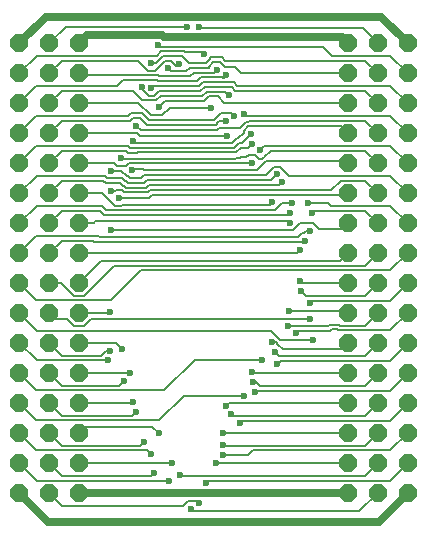
<source format=gtl>
%TF.GenerationSoftware,KiCad,Pcbnew,8.0.6*%
%TF.CreationDate,2024-12-01T20:13:50+01:00*%
%TF.ProjectId,reverseExpansionPort,72657665-7273-4654-9578-70616e73696f,rev?*%
%TF.SameCoordinates,Original*%
%TF.FileFunction,Copper,L1,Top*%
%TF.FilePolarity,Positive*%
%FSLAX46Y46*%
G04 Gerber Fmt 4.6, Leading zero omitted, Abs format (unit mm)*
G04 Created by KiCad (PCBNEW 8.0.6) date 2024-12-01 20:13:50*
%MOMM*%
%LPD*%
G01*
G04 APERTURE LIST*
G04 Aperture macros list*
%AMOutline5P*
0 Free polygon, 5 corners , with rotation*
0 The origin of the aperture is its center*
0 number of corners: always 5*
0 $1 to $10 corner X, Y*
0 $11 Rotation angle, in degrees counterclockwise*
0 create outline with 5 corners*
4,1,5,$1,$2,$3,$4,$5,$6,$7,$8,$9,$10,$1,$2,$11*%
%AMOutline6P*
0 Free polygon, 6 corners , with rotation*
0 The origin of the aperture is its center*
0 number of corners: always 6*
0 $1 to $12 corner X, Y*
0 $13 Rotation angle, in degrees counterclockwise*
0 create outline with 6 corners*
4,1,6,$1,$2,$3,$4,$5,$6,$7,$8,$9,$10,$11,$12,$1,$2,$13*%
%AMOutline7P*
0 Free polygon, 7 corners , with rotation*
0 The origin of the aperture is its center*
0 number of corners: always 7*
0 $1 to $14 corner X, Y*
0 $15 Rotation angle, in degrees counterclockwise*
0 create outline with 7 corners*
4,1,7,$1,$2,$3,$4,$5,$6,$7,$8,$9,$10,$11,$12,$13,$14,$1,$2,$15*%
%AMOutline8P*
0 Free polygon, 8 corners , with rotation*
0 The origin of the aperture is its center*
0 number of corners: always 8*
0 $1 to $16 corner X, Y*
0 $17 Rotation angle, in degrees counterclockwise*
0 create outline with 8 corners*
4,1,8,$1,$2,$3,$4,$5,$6,$7,$8,$9,$10,$11,$12,$13,$14,$15,$16,$1,$2,$17*%
G04 Aperture macros list end*
%TA.AperFunction,ComponentPad*%
%ADD10Outline8P,-0.762000X0.315631X-0.315631X0.762000X0.315631X0.762000X0.762000X0.315631X0.762000X-0.315631X0.315631X-0.762000X-0.315631X-0.762000X-0.762000X-0.315631X180.000000*%
%TD*%
%TA.AperFunction,ComponentPad*%
%ADD11Outline8P,-0.762000X0.315631X-0.315631X0.762000X0.315631X0.762000X0.762000X0.315631X0.762000X-0.315631X0.315631X-0.762000X-0.315631X-0.762000X-0.762000X-0.315631X0.000000*%
%TD*%
%TA.AperFunction,ViaPad*%
%ADD12C,0.600000*%
%TD*%
%TA.AperFunction,Conductor*%
%ADD13C,0.200000*%
%TD*%
%TA.AperFunction,Conductor*%
%ADD14C,0.700000*%
%TD*%
G04 APERTURE END LIST*
D10*
%TO.P,P2,A1,GND*%
%TO.N,Net-(P1-GND)*%
X132207000Y-111760000D03*
%TO.P,P2,A2,/MEMSEL*%
%TO.N,Net-(P1-{slash}MEMSEL)*%
X132207000Y-109220000D03*
%TO.P,P2,A3,/IOSEL*%
%TO.N,Net-(P1-{slash}IOSEL)*%
X132207000Y-106680000D03*
%TO.P,P2,A4,/BE*%
%TO.N,Net-(P1-{slash}BE)*%
X132207000Y-104140000D03*
%TO.P,P2,A5,D7*%
%TO.N,/D7*%
X132207000Y-101600000D03*
%TO.P,P2,A6,D6*%
%TO.N,/D6*%
X132207000Y-99060000D03*
%TO.P,P2,A7,D5*%
%TO.N,/D5*%
X132207000Y-96520000D03*
%TO.P,P2,A8,D4*%
%TO.N,/D4*%
X132207000Y-93980000D03*
%TO.P,P2,A9,D3*%
%TO.N,/D3*%
X132207000Y-91440000D03*
%TO.P,P2,A10,D2*%
%TO.N,/D2*%
X132207000Y-88900000D03*
%TO.P,P2,A11,D1*%
%TO.N,/D1*%
X132207000Y-86360000D03*
%TO.P,P2,A12,D0*%
%TO.N,/D0*%
X132207000Y-83820000D03*
%TO.P,P2,A13,/NMI*%
%TO.N,Net-(P1-{slash}NMI)*%
X132207000Y-81280000D03*
%TO.P,P2,A14,/IRQ*%
%TO.N,Net-(P1-{slash}IRQ)*%
X132207000Y-78740000D03*
%TO.P,P2,A15,/RES*%
%TO.N,Net-(P1-{slash}RES)*%
X132207000Y-76200000D03*
%TO.P,P2,A16,GND2*%
%TO.N,Net-(P1-GND)*%
X132207000Y-73660000D03*
%TO.P,P2,B1,A19*%
%TO.N,/A19*%
X134747000Y-111760000D03*
%TO.P,P2,B2,A17*%
%TO.N,/A17*%
X134747000Y-109220000D03*
%TO.P,P2,B3,A15*%
%TO.N,/A15*%
X134747000Y-106680000D03*
%TO.P,P2,B4,A13*%
%TO.N,/A13*%
X134747000Y-104140000D03*
%TO.P,P2,B5,A11*%
%TO.N,/A11*%
X134747000Y-101600000D03*
%TO.P,P2,B6,A9*%
%TO.N,/A9*%
X134747000Y-99060000D03*
%TO.P,P2,B7,A7*%
%TO.N,/A7*%
X134747000Y-96520000D03*
%TO.P,P2,B8,A5*%
%TO.N,/A5*%
X134747000Y-93980000D03*
%TO.P,P2,B9,A3*%
%TO.N,/A3*%
X134747000Y-91440000D03*
%TO.P,P2,B10,A1*%
%TO.N,/A1*%
X134747000Y-88900000D03*
%TO.P,P2,B11,SYNC*%
%TO.N,Net-(P1-SYNC)*%
X134747000Y-86360000D03*
%TO.P,P2,B12,R/-W*%
%TO.N,Net-(P1-R{slash}-W)*%
X134747000Y-83820000D03*
%TO.P,P2,B13,RDY*%
%TO.N,Net-(P1-RDY)*%
X134747000Y-81280000D03*
%TO.P,P2,B14,VCC33*%
%TO.N,Net-(P1-VCC33)*%
X134747000Y-78740000D03*
%TO.P,P2,B15,VBUF*%
%TO.N,Net-(P1-VBUF)*%
X134747000Y-76200000D03*
%TO.P,P2,B16,8PHI2*%
%TO.N,Net-(P1-8PHI2)*%
X134747000Y-73660000D03*
%TO.P,P2,C1,VCC*%
%TO.N,Net-(P1-VCC)*%
X137287000Y-111760000D03*
%TO.P,P2,C2,A18*%
%TO.N,/A18*%
X137287000Y-109220000D03*
%TO.P,P2,C3,A16*%
%TO.N,/A16*%
X137287000Y-106680000D03*
%TO.P,P2,C4,A14*%
%TO.N,/A14*%
X137287000Y-104140000D03*
%TO.P,P2,C5,A12*%
%TO.N,/A12*%
X137287000Y-101600000D03*
%TO.P,P2,C6,A10*%
%TO.N,/A10*%
X137287000Y-99060000D03*
%TO.P,P2,C7,A8*%
%TO.N,/A8*%
X137287000Y-96520000D03*
%TO.P,P2,C8,A6*%
%TO.N,/A6*%
X137287000Y-93980000D03*
%TO.P,P2,C9,A4*%
%TO.N,/A4*%
X137287000Y-91440000D03*
%TO.P,P2,C10,A2*%
%TO.N,/A2*%
X137287000Y-88900000D03*
%TO.P,P2,C11,A0*%
%TO.N,/A0*%
X137287000Y-86360000D03*
%TO.P,P2,C12,PHI2*%
%TO.N,Net-(P1-PHI2)*%
X137287000Y-83820000D03*
%TO.P,P2,C13,PHI1*%
%TO.N,Net-(P1-PHI1)*%
X137287000Y-81280000D03*
%TO.P,P2,C14,PHI0*%
%TO.N,Net-(P1-PHI0)*%
X137287000Y-78740000D03*
%TO.P,P2,C15,2PHI2*%
%TO.N,Net-(P1-2PHI2)*%
X137287000Y-76200000D03*
%TO.P,P2,C16,VCC2*%
%TO.N,Net-(P1-VCC)*%
X137287000Y-73660000D03*
%TD*%
D11*
%TO.P,P1,A1,GND*%
%TO.N,Net-(P1-GND)*%
X165100000Y-73660000D03*
%TO.P,P1,A2,/MEMSEL*%
%TO.N,Net-(P1-{slash}MEMSEL)*%
X165100000Y-76200000D03*
%TO.P,P1,A3,/IOSEL*%
%TO.N,Net-(P1-{slash}IOSEL)*%
X165100000Y-78740000D03*
%TO.P,P1,A4,/BE*%
%TO.N,Net-(P1-{slash}BE)*%
X165100000Y-81280000D03*
%TO.P,P1,A5,D7*%
%TO.N,/D7*%
X165100000Y-83820000D03*
%TO.P,P1,A6,D6*%
%TO.N,/D6*%
X165100000Y-86360000D03*
%TO.P,P1,A7,D5*%
%TO.N,/D5*%
X165100000Y-88900000D03*
%TO.P,P1,A8,D4*%
%TO.N,/D4*%
X165100000Y-91440000D03*
%TO.P,P1,A9,D3*%
%TO.N,/D3*%
X165100000Y-93980000D03*
%TO.P,P1,A10,D2*%
%TO.N,/D2*%
X165100000Y-96520000D03*
%TO.P,P1,A11,D1*%
%TO.N,/D1*%
X165100000Y-99060000D03*
%TO.P,P1,A12,D0*%
%TO.N,/D0*%
X165100000Y-101600000D03*
%TO.P,P1,A13,/NMI*%
%TO.N,Net-(P1-{slash}NMI)*%
X165100000Y-104140000D03*
%TO.P,P1,A14,/IRQ*%
%TO.N,Net-(P1-{slash}IRQ)*%
X165100000Y-106680000D03*
%TO.P,P1,A15,/RES*%
%TO.N,Net-(P1-{slash}RES)*%
X165100000Y-109220000D03*
%TO.P,P1,A16,GND2*%
%TO.N,Net-(P1-GND)*%
X165100000Y-111760000D03*
%TO.P,P1,B1,A19*%
%TO.N,/A19*%
X162560000Y-73660000D03*
%TO.P,P1,B2,A17*%
%TO.N,/A17*%
X162560000Y-76200000D03*
%TO.P,P1,B3,A15*%
%TO.N,/A15*%
X162560000Y-78740000D03*
%TO.P,P1,B4,A13*%
%TO.N,/A13*%
X162560000Y-81280000D03*
%TO.P,P1,B5,A11*%
%TO.N,/A11*%
X162560000Y-83820000D03*
%TO.P,P1,B6,A9*%
%TO.N,/A9*%
X162560000Y-86360000D03*
%TO.P,P1,B7,A7*%
%TO.N,/A7*%
X162560000Y-88900000D03*
%TO.P,P1,B8,A5*%
%TO.N,/A5*%
X162560000Y-91440000D03*
%TO.P,P1,B9,A3*%
%TO.N,/A3*%
X162560000Y-93980000D03*
%TO.P,P1,B10,A1*%
%TO.N,/A1*%
X162560000Y-96520000D03*
%TO.P,P1,B11,SYNC*%
%TO.N,Net-(P1-SYNC)*%
X162560000Y-99060000D03*
%TO.P,P1,B12,R/-W*%
%TO.N,Net-(P1-R{slash}-W)*%
X162560000Y-101600000D03*
%TO.P,P1,B13,RDY*%
%TO.N,Net-(P1-RDY)*%
X162560000Y-104140000D03*
%TO.P,P1,B14,VCC33*%
%TO.N,Net-(P1-VCC33)*%
X162560000Y-106680000D03*
%TO.P,P1,B15,VBUF*%
%TO.N,Net-(P1-VBUF)*%
X162560000Y-109220000D03*
%TO.P,P1,B16,8PHI2*%
%TO.N,Net-(P1-8PHI2)*%
X162560000Y-111760000D03*
%TO.P,P1,C1,VCC*%
%TO.N,Net-(P1-VCC)*%
X160020000Y-73660000D03*
%TO.P,P1,C2,A18*%
%TO.N,/A18*%
X160020000Y-76200000D03*
%TO.P,P1,C3,A16*%
%TO.N,/A16*%
X160020000Y-78740000D03*
%TO.P,P1,C4,A14*%
%TO.N,/A14*%
X160020000Y-81280000D03*
%TO.P,P1,C5,A12*%
%TO.N,/A12*%
X160020000Y-83820000D03*
%TO.P,P1,C6,A10*%
%TO.N,/A10*%
X160020000Y-86360000D03*
%TO.P,P1,C7,A8*%
%TO.N,/A8*%
X160020000Y-88900000D03*
%TO.P,P1,C8,A6*%
%TO.N,/A6*%
X160020000Y-91440000D03*
%TO.P,P1,C9,A4*%
%TO.N,/A4*%
X160020000Y-93980000D03*
%TO.P,P1,C10,A2*%
%TO.N,/A2*%
X160020000Y-96520000D03*
%TO.P,P1,C11,A0*%
%TO.N,/A0*%
X160020000Y-99060000D03*
%TO.P,P1,C12,PHI2*%
%TO.N,Net-(P1-PHI2)*%
X160020000Y-101600000D03*
%TO.P,P1,C13,PHI1*%
%TO.N,Net-(P1-PHI1)*%
X160020000Y-104140000D03*
%TO.P,P1,C14,PHI0*%
%TO.N,Net-(P1-PHI0)*%
X160020000Y-106680000D03*
%TO.P,P1,C15,2PHI2*%
%TO.N,Net-(P1-2PHI2)*%
X160020000Y-109220000D03*
%TO.P,P1,C16,VCC2*%
%TO.N,Net-(P1-VCC)*%
X160020000Y-111760000D03*
%TD*%
D12*
%TO.N,/A13*%
X142113000Y-80645000D03*
X142087600Y-104876600D03*
%TO.N,/A10*%
X140891863Y-99567791D03*
X140647502Y-86782493D03*
%TO.N,/A9*%
X139997502Y-86155000D03*
X139899000Y-99697621D03*
%TO.N,/A17*%
X143654616Y-110048000D03*
X143368000Y-75341000D03*
%TO.N,/A7*%
X156972000Y-88011000D03*
X156845000Y-97025000D03*
%TO.N,/A3*%
X156083000Y-94615000D03*
X156449000Y-90400003D03*
%TO.N,/A1*%
X155007092Y-97633658D03*
X155179035Y-88020054D03*
%TO.N,/A11*%
X141097000Y-102235000D03*
X140825750Y-83358000D03*
%TO.N,/A12*%
X141605000Y-101600000D03*
X141760947Y-84440000D03*
%TO.N,/A2*%
X155062845Y-96375779D03*
X155156425Y-88869756D03*
%TO.N,/A18*%
X145161000Y-109220000D03*
X144842320Y-75812000D03*
%TO.N,/A15*%
X142586911Y-77391000D03*
X142769948Y-107442000D03*
%TO.N,/A4*%
X156011000Y-91170446D03*
X156017679Y-93787041D03*
%TO.N,/A0*%
X153625124Y-87155971D03*
X153592228Y-98984893D03*
%TO.N,/A8*%
X139899000Y-96393000D03*
X139989000Y-89469756D03*
%TO.N,/A14*%
X141859000Y-81915000D03*
X141809000Y-104013000D03*
%TO.N,/A16*%
X144018000Y-106680000D03*
X144068000Y-79065401D03*
%TO.N,/A19*%
X147447000Y-72263000D03*
X147432535Y-112622339D03*
%TO.N,Net-(P1-2PHI2)*%
X148914286Y-75926435D03*
X148844000Y-109220000D03*
%TO.N,Net-(P1-PHI1)*%
X149789173Y-81496438D03*
X149699207Y-104374095D03*
%TO.N,Net-(P1-{slash}NMI)*%
X150401260Y-79819500D03*
X150863743Y-105802000D03*
%TO.N,Net-(P1-VBUF)*%
X145831000Y-110236000D03*
X145761538Y-75412000D03*
%TO.N,Net-(P1-8PHI2)*%
X146431000Y-72263000D03*
X146742729Y-113119000D03*
%TO.N,/D6*%
X139954000Y-84455000D03*
X139685712Y-100532983D03*
%TO.N,Net-(P1-RDY)*%
X149699936Y-80230667D03*
X150165872Y-105104128D03*
%TO.N,/D2*%
X155614721Y-98228040D03*
X155348805Y-87201844D03*
%TO.N,Net-(P1-{slash}BE)*%
X151257000Y-103505000D03*
X151237899Y-79698253D03*
%TO.N,Net-(P1-SYNC)*%
X154426030Y-85434790D03*
X153884028Y-99815910D03*
%TO.N,Net-(P1-{slash}RES)*%
X147872028Y-74564529D03*
X148047000Y-110882000D03*
%TO.N,/D1*%
X154037598Y-84724000D03*
X154072289Y-100832302D03*
%TO.N,Net-(P1-VCC33)*%
X149988331Y-78090196D03*
X149479000Y-107696000D03*
%TO.N,/D0*%
X152177860Y-103201208D03*
X151876949Y-81365370D03*
%TO.N,/D5*%
X156627504Y-87176756D03*
X157099000Y-98828040D03*
%TO.N,Net-(P1-PHI0)*%
X149479000Y-106680000D03*
X148463000Y-79121000D03*
%TO.N,Net-(P1-{slash}MEMSEL)*%
X143935539Y-73788623D03*
X144907000Y-110744000D03*
%TO.N,Net-(P1-R{slash}-W)*%
X152009052Y-102368137D03*
X151914596Y-82214538D03*
%TO.N,/D3*%
X156845000Y-89550000D03*
X156811000Y-95692000D03*
%TO.N,/D7*%
X152638319Y-82674948D03*
X152731604Y-100497545D03*
%TO.N,Net-(P1-{slash}IRQ)*%
X149479000Y-108496003D03*
X149720673Y-76364158D03*
%TO.N,Net-(P1-PHI2)*%
X151947571Y-101510378D03*
X151905710Y-83780818D03*
%TO.N,Net-(P1-{slash}IOSEL)*%
X143383000Y-108458000D03*
X143383000Y-77470000D03*
%TD*%
D13*
%TO.N,/A13*%
X141762200Y-105202000D02*
X135809000Y-105202000D01*
X161498000Y-80218000D02*
X151714239Y-80218000D01*
X142087600Y-104876600D02*
X141762200Y-105202000D01*
X151714239Y-80218000D02*
X151616869Y-80315370D01*
X162560000Y-81280000D02*
X161498000Y-80218000D01*
X151442024Y-80315370D02*
X150910956Y-80846438D01*
X148965185Y-81026000D02*
X142494000Y-81026000D01*
X149144747Y-80846438D02*
X148965185Y-81026000D01*
X135809000Y-105202000D02*
X134747000Y-104140000D01*
X150910956Y-80846438D02*
X149144747Y-80846438D01*
X142494000Y-81026000D02*
X142113000Y-80645000D01*
X151616869Y-80315370D02*
X151442024Y-80315370D01*
%TO.N,/A10*%
X143442258Y-86531485D02*
X143191250Y-86782493D01*
X160020000Y-86360000D02*
X159848515Y-86531485D01*
X140384072Y-99060000D02*
X140891863Y-99567791D01*
X159848515Y-86531485D02*
X143442258Y-86531485D01*
X137287000Y-99060000D02*
X140384072Y-99060000D01*
X143191250Y-86782493D02*
X140647502Y-86782493D01*
%TO.N,/A9*%
X139540140Y-99697621D02*
X139899000Y-99697621D01*
X161498000Y-85298000D02*
X159431000Y-85298000D01*
X141074248Y-86290000D02*
X140916741Y-86132493D01*
X162560000Y-86360000D02*
X161498000Y-85298000D01*
X143302057Y-86106000D02*
X143118058Y-86290000D01*
X135809000Y-100122000D02*
X139115761Y-100122000D01*
X143118058Y-86290000D02*
X141074248Y-86290000D01*
X159431000Y-85298000D02*
X158623000Y-86106000D01*
X140378263Y-86132493D02*
X140355756Y-86155000D01*
X158623000Y-86106000D02*
X143302057Y-86106000D01*
X134747000Y-99060000D02*
X135809000Y-100122000D01*
X140916741Y-86132493D02*
X140378263Y-86132493D01*
X140355756Y-86155000D02*
X139997502Y-86155000D01*
X139115761Y-100122000D02*
X139540140Y-99697621D01*
%TO.N,/A17*%
X161498000Y-75138000D02*
X149610776Y-75138000D01*
X148014676Y-75341120D02*
X146609897Y-75341120D01*
X149610776Y-75138000D02*
X149349211Y-74876435D01*
X146609897Y-75341120D02*
X146030777Y-74762000D01*
X143828395Y-75341000D02*
X143368000Y-75341000D01*
X148479361Y-74876435D02*
X148245047Y-75110750D01*
X149349211Y-74876435D02*
X148479361Y-74876435D01*
X144407395Y-74762000D02*
X143828395Y-75341000D01*
X162560000Y-76200000D02*
X161498000Y-75138000D01*
X146030777Y-74762000D02*
X144407395Y-74762000D01*
X135825000Y-110298000D02*
X143404616Y-110298000D01*
X148245047Y-75110750D02*
X148014676Y-75341120D01*
X143404616Y-110298000D02*
X143654616Y-110048000D01*
X134747000Y-109220000D02*
X135825000Y-110298000D01*
%TO.N,/A7*%
X156845000Y-97025000D02*
X156842000Y-97028000D01*
X162560000Y-88900000D02*
X161498000Y-87838000D01*
X137726896Y-97582000D02*
X136847104Y-97582000D01*
X135359896Y-97028000D02*
X134851896Y-96520000D01*
X136293104Y-97028000D02*
X135359896Y-97028000D01*
X156842000Y-97028000D02*
X138280896Y-97028000D01*
X157145000Y-87838000D02*
X156972000Y-88011000D01*
X138280896Y-97028000D02*
X137726896Y-97582000D01*
X136847104Y-97582000D02*
X136293104Y-97028000D01*
X161498000Y-87838000D02*
X157145000Y-87838000D01*
X134851896Y-96520000D02*
X134747000Y-96520000D01*
%TO.N,/A3*%
X156329247Y-90519756D02*
X156449000Y-90400003D01*
X161498000Y-95042000D02*
X156510000Y-95042000D01*
X134747000Y-91440000D02*
X135809000Y-90378000D01*
X138423075Y-90378000D02*
X138564831Y-90519756D01*
X138564831Y-90519756D02*
X156329247Y-90519756D01*
X156510000Y-95042000D02*
X156083000Y-94615000D01*
X135809000Y-90378000D02*
X138423075Y-90378000D01*
X162560000Y-93980000D02*
X161498000Y-95042000D01*
%TO.N,/A1*%
X155015750Y-97625000D02*
X155007092Y-97633658D01*
X161498000Y-97582000D02*
X159391924Y-97582000D01*
X159311925Y-97502000D02*
X158442075Y-97502000D01*
X158319075Y-97625000D02*
X155015750Y-97625000D01*
X162560000Y-96520000D02*
X161498000Y-97582000D01*
X154966600Y-88232489D02*
X155179035Y-88020054D01*
X139057389Y-87838000D02*
X139425360Y-88205971D01*
X139425360Y-88205971D02*
X139929601Y-88205971D01*
X139929601Y-88205971D02*
X139956118Y-88232489D01*
X159391924Y-97582000D02*
X159311925Y-97502000D01*
X139956118Y-88232489D02*
X154966600Y-88232489D01*
X134747000Y-88900000D02*
X135809000Y-87838000D01*
X158442075Y-97502000D02*
X158319075Y-97625000D01*
X135809000Y-87838000D02*
X139057389Y-87838000D01*
%TO.N,/A11*%
X152174949Y-83130818D02*
X152498131Y-83454000D01*
X135809000Y-102662000D02*
X134747000Y-101600000D01*
X151636471Y-83130818D02*
X152174949Y-83130818D01*
X150876496Y-83380818D02*
X150926314Y-83331000D01*
X161498000Y-82758000D02*
X162560000Y-83820000D01*
X152957628Y-83274000D02*
X152976239Y-83274000D01*
X140825750Y-83358000D02*
X140906750Y-83439000D01*
X141097000Y-102235000D02*
X140670000Y-102662000D01*
X151436289Y-83331000D02*
X151636471Y-83130818D01*
X140906750Y-83439000D02*
X150486943Y-83439000D01*
X140670000Y-102662000D02*
X135809000Y-102662000D01*
X150926314Y-83331000D02*
X151436289Y-83331000D01*
X150545125Y-83380818D02*
X150876496Y-83380818D01*
X153492239Y-82758000D02*
X161498000Y-82758000D01*
X152498131Y-83454000D02*
X152777628Y-83454000D01*
X152976239Y-83274000D02*
X153492239Y-82758000D01*
X150486943Y-83439000D02*
X150545125Y-83380818D01*
X152777628Y-83454000D02*
X152957628Y-83274000D01*
%TO.N,/A12*%
X141605000Y-101600000D02*
X137287000Y-101600000D01*
X153123314Y-83674000D02*
X152361314Y-84436000D01*
X141891947Y-84309000D02*
X141760947Y-84440000D01*
X159874000Y-83674000D02*
X153123314Y-83674000D01*
X152361314Y-84436000D02*
X142786686Y-84436000D01*
X142659686Y-84309000D02*
X141891947Y-84309000D01*
X142786686Y-84436000D02*
X142659686Y-84309000D01*
X160020000Y-83820000D02*
X159874000Y-83674000D01*
%TO.N,/A2*%
X159817005Y-96317005D02*
X155121619Y-96317005D01*
X155044669Y-88758000D02*
X155156425Y-88869756D01*
X160020000Y-96520000D02*
X159817005Y-96317005D01*
X138526761Y-88900000D02*
X138668761Y-88758000D01*
X137287000Y-88900000D02*
X138526761Y-88900000D01*
X138668761Y-88758000D02*
X155044669Y-88758000D01*
X155121619Y-96317005D02*
X155062845Y-96375779D01*
%TO.N,/A18*%
X145161000Y-109220000D02*
X137287000Y-109220000D01*
X148242262Y-75762000D02*
X146668484Y-75762000D01*
X150495000Y-75692000D02*
X149599090Y-75692000D01*
X160020000Y-76200000D02*
X151003000Y-76200000D01*
X149599090Y-75692000D02*
X149183525Y-75276435D01*
X146668484Y-75762000D02*
X146368484Y-76062000D01*
X151003000Y-76200000D02*
X150495000Y-75692000D01*
X145092320Y-76062000D02*
X144842320Y-75812000D01*
X146368484Y-76062000D02*
X145092320Y-76062000D01*
X148264286Y-75739976D02*
X148242262Y-75762000D01*
X149183525Y-75276435D02*
X148645047Y-75276435D01*
X148645047Y-75276435D02*
X148264286Y-75657196D01*
X148264286Y-75657196D02*
X148264286Y-75739976D01*
%TO.N,/A15*%
X135809000Y-107742000D02*
X134747000Y-106680000D01*
X149122867Y-77376435D02*
X150193809Y-77376435D01*
X142769948Y-107442000D02*
X142469948Y-107742000D01*
X142469948Y-107742000D02*
X135809000Y-107742000D01*
X161498000Y-77678000D02*
X162560000Y-78740000D01*
X143184471Y-78120000D02*
X143652239Y-78120000D01*
X147919211Y-77373999D02*
X149120432Y-77373999D01*
X150495374Y-77678000D02*
X161498000Y-77678000D01*
X142586911Y-77522440D02*
X143184471Y-78120000D01*
X144029239Y-77743000D02*
X147550210Y-77743000D01*
X149120432Y-77373999D02*
X149122867Y-77376435D01*
X143652239Y-78120000D02*
X144029239Y-77743000D01*
X147550210Y-77743000D02*
X147919211Y-77373999D01*
X142586911Y-77391000D02*
X142586911Y-77522440D01*
X150193809Y-77376435D02*
X150495374Y-77678000D01*
%TO.N,/A4*%
X156210638Y-93980000D02*
X156017679Y-93787041D01*
X155741446Y-91440000D02*
X156011000Y-91170446D01*
X160020000Y-93980000D02*
X156210638Y-93980000D01*
X137287000Y-91440000D02*
X155741446Y-91440000D01*
%TO.N,/A0*%
X160020000Y-99060000D02*
X159481184Y-99598816D01*
X154161354Y-99228040D02*
X153927040Y-98993725D01*
X153429279Y-87351816D02*
X153625124Y-87155971D01*
X137287000Y-86360000D02*
X139215004Y-86360000D01*
X140825975Y-87432493D02*
X140906652Y-87351816D01*
X154532130Y-99598816D02*
X154161354Y-99228040D01*
X153918207Y-98984893D02*
X153592228Y-98984893D01*
X159481184Y-99598816D02*
X154532130Y-99598816D01*
X140906652Y-87351816D02*
X153429279Y-87351816D01*
X139215004Y-86360000D02*
X140287497Y-87432493D01*
X140287497Y-87432493D02*
X140825975Y-87432493D01*
X153927040Y-98993725D02*
X153918207Y-98984893D01*
%TO.N,/A8*%
X157057818Y-88900000D02*
X157596634Y-89438816D01*
X155404954Y-89469756D02*
X155974710Y-88900000D01*
X139772000Y-96520000D02*
X139899000Y-96393000D01*
X159481184Y-89438816D02*
X160020000Y-88900000D01*
X157596634Y-89438816D02*
X159481184Y-89438816D01*
X155974710Y-88900000D02*
X157057818Y-88900000D01*
X137287000Y-96520000D02*
X139772000Y-96520000D01*
X139989000Y-89469756D02*
X155404954Y-89469756D01*
%TO.N,/A14*%
X137287000Y-104140000D02*
X141682000Y-104140000D01*
X159455370Y-80715370D02*
X151607710Y-80715370D01*
X150775761Y-81731000D02*
X150632943Y-81731000D01*
X160020000Y-81280000D02*
X159455370Y-80715370D01*
X141732000Y-82042000D02*
X141859000Y-81915000D01*
X142056000Y-82112000D02*
X141859000Y-81915000D01*
X150632943Y-81731000D02*
X150251943Y-82112000D01*
X151226949Y-81096131D02*
X151226949Y-81279812D01*
X151226949Y-81279812D02*
X150775761Y-81731000D01*
X150251943Y-82112000D02*
X142056000Y-82112000D01*
X151607710Y-80715370D02*
X151226949Y-81096131D01*
X141682000Y-104140000D02*
X141809000Y-104013000D01*
%TO.N,/A6*%
X160020000Y-91440000D02*
X159358000Y-92102000D01*
X159358000Y-92102000D02*
X139165000Y-92102000D01*
X139165000Y-92102000D02*
X137287000Y-93980000D01*
%TO.N,/A5*%
X162560000Y-91440000D02*
X161498000Y-92502000D01*
X136847104Y-95042000D02*
X135785104Y-93980000D01*
X135785104Y-93980000D02*
X134747000Y-93980000D01*
X140266896Y-92502000D02*
X137726896Y-95042000D01*
X161498000Y-92502000D02*
X140266896Y-92502000D01*
X137726896Y-95042000D02*
X136847104Y-95042000D01*
%TO.N,/A16*%
X143479184Y-106141184D02*
X137825816Y-106141184D01*
X148789060Y-78173999D02*
X148791496Y-78176435D01*
X149549966Y-78721000D02*
X160001000Y-78721000D01*
X160001000Y-78721000D02*
X160020000Y-78740000D01*
X147869821Y-78561459D02*
X148257281Y-78173999D01*
X144571942Y-78561459D02*
X147869821Y-78561459D01*
X148257281Y-78173999D02*
X148789060Y-78173999D01*
X144068000Y-79065401D02*
X144571942Y-78561459D01*
X137825816Y-106141184D02*
X137287000Y-106680000D01*
X149005401Y-78176435D02*
X149549966Y-78721000D01*
X144018000Y-106680000D02*
X143479184Y-106141184D01*
X148791496Y-78176435D02*
X149005401Y-78176435D01*
%TO.N,/A19*%
X135836761Y-112849761D02*
X146092729Y-112849761D01*
X162560000Y-73660000D02*
X161290000Y-72390000D01*
X161290000Y-72390000D02*
X147574000Y-72390000D01*
X147574000Y-72390000D02*
X147447000Y-72263000D01*
X147279196Y-112469000D02*
X147432535Y-112622339D01*
X146092729Y-112849761D02*
X146473490Y-112469000D01*
X146473490Y-112469000D02*
X147279196Y-112469000D01*
X134747000Y-111760000D02*
X135836761Y-112849761D01*
%TO.N,Net-(P1-2PHI2)*%
X144123690Y-76462000D02*
X146688628Y-76462000D01*
X146988628Y-76162000D02*
X148678721Y-76162000D01*
X144077690Y-76416000D02*
X144123690Y-76462000D01*
X137287000Y-76200000D02*
X137478000Y-76391000D01*
X137478000Y-76391000D02*
X144042925Y-76391000D01*
X144067925Y-76416000D02*
X144077690Y-76416000D01*
X148844000Y-109220000D02*
X160020000Y-109220000D01*
X148678721Y-76162000D02*
X148914286Y-75926435D01*
X144042925Y-76391000D02*
X144067925Y-76416000D01*
X146688628Y-76462000D02*
X146988628Y-76162000D01*
%TO.N,Net-(P1-PHI1)*%
X142451315Y-81549000D02*
X149736611Y-81549000D01*
X142182315Y-81280000D02*
X142451315Y-81549000D01*
X149933302Y-104140000D02*
X160020000Y-104140000D01*
X149736611Y-81549000D02*
X149789173Y-81496438D01*
X137287000Y-81280000D02*
X142182315Y-81280000D01*
X149933302Y-104140000D02*
X149699207Y-104374095D01*
%TO.N,Net-(P1-{slash}NMI)*%
X143185239Y-80191000D02*
X148668814Y-80191000D01*
X149305235Y-79554579D02*
X150136339Y-79554579D01*
X142589239Y-79595000D02*
X143185239Y-80191000D01*
X133669000Y-79818000D02*
X141455075Y-79818000D01*
X163622000Y-105618000D02*
X165100000Y-104140000D01*
X148668814Y-80191000D02*
X149305235Y-79554579D01*
X150136339Y-79554579D02*
X150401260Y-79819500D01*
X150863743Y-105802000D02*
X151047743Y-105618000D01*
X132207000Y-81280000D02*
X133669000Y-79818000D01*
X151047743Y-105618000D02*
X163622000Y-105618000D01*
X141678075Y-79595000D02*
X142589239Y-79595000D01*
X141455075Y-79818000D02*
X141678075Y-79595000D01*
%TO.N,Net-(P1-VBUF)*%
X161498000Y-110282000D02*
X162560000Y-109220000D01*
X145831000Y-110236000D02*
X145877000Y-110282000D01*
X145492320Y-75584000D02*
X145589538Y-75584000D01*
X145589538Y-75584000D02*
X145761538Y-75412000D01*
X143744081Y-75991000D02*
X144573081Y-75162000D01*
X134747000Y-76200000D02*
X135809000Y-75138000D01*
X142245761Y-75138000D02*
X143098761Y-75991000D01*
X143098761Y-75991000D02*
X143744081Y-75991000D01*
X135809000Y-75138000D02*
X142245761Y-75138000D01*
X145877000Y-110282000D02*
X161498000Y-110282000D01*
X144573081Y-75162000D02*
X145070320Y-75162000D01*
X145070320Y-75162000D02*
X145492320Y-75584000D01*
%TO.N,Net-(P1-8PHI2)*%
X134747000Y-73660000D02*
X136144000Y-72263000D01*
X136144000Y-72263000D02*
X146431000Y-72263000D01*
X146933729Y-113310000D02*
X146742729Y-113119000D01*
X162560000Y-111760000D02*
X161010000Y-113310000D01*
X161010000Y-113310000D02*
X146933729Y-113310000D01*
%TO.N,/D4*%
X163638000Y-92902000D02*
X165100000Y-91440000D01*
X133669000Y-95442000D02*
X140016000Y-95442000D01*
X140016000Y-95442000D02*
X142556000Y-92902000D01*
X142556000Y-92902000D02*
X163638000Y-92902000D01*
X132207000Y-93980000D02*
X133669000Y-95442000D01*
%TO.N,/D6*%
X133679983Y-100532983D02*
X139685712Y-100532983D01*
X132207000Y-99060000D02*
X133679983Y-100532983D01*
X142494000Y-85090000D02*
X141571305Y-85090000D01*
X142748000Y-84836000D02*
X142494000Y-85090000D01*
X141413798Y-84932493D02*
X141320493Y-84932493D01*
X141320493Y-84932493D02*
X140843000Y-84455000D01*
X165100000Y-86360000D02*
X163638000Y-84898000D01*
X163638000Y-84898000D02*
X155060127Y-84898000D01*
X153077069Y-84836000D02*
X142748000Y-84836000D01*
X141571305Y-85090000D02*
X141413798Y-84932493D01*
X153789069Y-84124000D02*
X153077069Y-84836000D01*
X140843000Y-84455000D02*
X139954000Y-84455000D01*
X155060127Y-84898000D02*
X154286127Y-84124000D01*
X154286127Y-84124000D02*
X153789069Y-84124000D01*
%TO.N,Net-(P1-RDY)*%
X135809000Y-80218000D02*
X141620761Y-80218000D01*
X161498000Y-105202000D02*
X162560000Y-104140000D01*
X149194833Y-80230667D02*
X149699936Y-80230667D01*
X150165872Y-105104128D02*
X150263744Y-105202000D01*
X149068814Y-80356685D02*
X149194833Y-80230667D01*
X142423553Y-79995000D02*
X143019553Y-80591000D01*
X141620761Y-80218000D02*
X141843761Y-79995000D01*
X141843761Y-79995000D02*
X142423553Y-79995000D01*
X150263744Y-105202000D02*
X161498000Y-105202000D01*
X134747000Y-81280000D02*
X135809000Y-80218000D01*
X148834500Y-80591000D02*
X149068814Y-80356685D01*
X143019553Y-80591000D02*
X148834500Y-80591000D01*
%TO.N,/D2*%
X139591046Y-87805971D02*
X140095290Y-87805971D01*
X159226239Y-97982000D02*
X159146239Y-97902000D01*
X133681790Y-87425210D02*
X139210285Y-87425210D01*
X153864631Y-87832493D02*
X154495280Y-87201844D01*
X132207000Y-88900000D02*
X133681790Y-87425210D01*
X139210285Y-87425210D02*
X139591046Y-87805971D01*
X158657000Y-97902000D02*
X158534000Y-98025000D01*
X154495280Y-87201844D02*
X155348805Y-87201844D01*
X165100000Y-96520000D02*
X163638000Y-97982000D01*
X163638000Y-97982000D02*
X159226239Y-97982000D01*
X140095290Y-87805971D02*
X140121811Y-87832493D01*
X158534000Y-98025000D02*
X155817761Y-98025000D01*
X140121811Y-87832493D02*
X153864631Y-87832493D01*
X155817761Y-98025000D02*
X155614721Y-98228040D01*
X159146239Y-97902000D02*
X158657000Y-97902000D01*
%TO.N,Net-(P1-{slash}BE)*%
X151248289Y-79708643D02*
X151237899Y-79698253D01*
X151248289Y-79818000D02*
X151248289Y-79708643D01*
X146177000Y-103505000D02*
X144080000Y-105602000D01*
X133669000Y-105602000D02*
X132207000Y-104140000D01*
X151257000Y-103505000D02*
X146177000Y-103505000D01*
X163638000Y-79818000D02*
X151248289Y-79818000D01*
X144080000Y-105602000D02*
X133669000Y-105602000D01*
X165100000Y-81280000D02*
X163638000Y-79818000D01*
%TO.N,Net-(P1-SYNC)*%
X141082427Y-85732493D02*
X141239934Y-85890000D01*
X154209820Y-85651000D02*
X154426030Y-85434790D01*
X142952372Y-85890000D02*
X143191372Y-85651000D01*
X161498000Y-100122000D02*
X154190118Y-100122000D01*
X139312075Y-85298000D02*
X139519075Y-85505000D01*
X139519075Y-85505000D02*
X140761628Y-85505000D01*
X143191372Y-85651000D02*
X154209820Y-85651000D01*
X140989121Y-85732493D02*
X141082427Y-85732493D01*
X141239934Y-85890000D02*
X142952372Y-85890000D01*
X135809000Y-85298000D02*
X139312075Y-85298000D01*
X162560000Y-99060000D02*
X161498000Y-100122000D01*
X154190118Y-100122000D02*
X153884028Y-99815910D01*
X140761628Y-85505000D02*
X140989121Y-85732493D01*
X134747000Y-86360000D02*
X135809000Y-85298000D01*
%TO.N,Net-(P1-{slash}RES)*%
X144241709Y-74362000D02*
X146196463Y-74362000D01*
X148047000Y-110882000D02*
X148231000Y-110698000D01*
X147748499Y-74441000D02*
X147872028Y-74564529D01*
X132207000Y-76200000D02*
X133685000Y-74722000D01*
X133685000Y-74722000D02*
X143881709Y-74722000D01*
X146196463Y-74362000D02*
X146275463Y-74441000D01*
X143881709Y-74722000D02*
X144241709Y-74362000D01*
X146275463Y-74441000D02*
X147748499Y-74441000D01*
X163622000Y-110698000D02*
X165100000Y-109220000D01*
X148231000Y-110698000D02*
X163622000Y-110698000D01*
D14*
%TO.N,Net-(P1-GND)*%
X132207000Y-111760000D02*
X134657000Y-114210000D01*
X132207000Y-73660000D02*
X134454000Y-71413000D01*
X134657000Y-114210000D02*
X162650000Y-114210000D01*
X162853000Y-71413000D02*
X165100000Y-73660000D01*
X162650000Y-114210000D02*
X165100000Y-111760000D01*
X134454000Y-71413000D02*
X162853000Y-71413000D01*
D13*
%TO.N,/D1*%
X140927314Y-85105000D02*
X141154807Y-85332493D01*
X141405619Y-85490000D02*
X142786686Y-85490000D01*
X139684761Y-85105000D02*
X140927314Y-85105000D01*
X133681224Y-84885776D02*
X139465537Y-84885776D01*
X132207000Y-86360000D02*
X133681224Y-84885776D01*
X142786686Y-85490000D02*
X143025686Y-85251000D01*
X153510598Y-85251000D02*
X154037598Y-84724000D01*
X154366591Y-100538000D02*
X154072289Y-100832302D01*
X165100000Y-99060000D02*
X163622000Y-100538000D01*
X139465537Y-84885776D02*
X139684761Y-85105000D01*
X141154807Y-85332493D02*
X141248113Y-85332493D01*
X143025686Y-85251000D02*
X153510598Y-85251000D01*
X141248113Y-85332493D02*
X141405619Y-85490000D01*
X163622000Y-100538000D02*
X154366591Y-100538000D01*
%TO.N,Net-(P1-VCC33)*%
X149525000Y-107742000D02*
X161498000Y-107742000D01*
X142645610Y-78520000D02*
X143817925Y-78520000D01*
X134747000Y-78740000D02*
X135809000Y-77678000D01*
X148957182Y-77776435D02*
X149674570Y-77776435D01*
X148084896Y-77773999D02*
X148954746Y-77773999D01*
X143817925Y-78520000D02*
X144194925Y-78143000D01*
X147715895Y-78143000D02*
X148084896Y-77773999D01*
X141803610Y-77678000D02*
X142645610Y-78520000D01*
X148954746Y-77773999D02*
X148957182Y-77776435D01*
X149479000Y-107696000D02*
X149525000Y-107742000D01*
X149674570Y-77776435D02*
X149988331Y-78090196D01*
X135809000Y-77678000D02*
X141803610Y-77678000D01*
X161498000Y-107742000D02*
X162560000Y-106680000D01*
X144194925Y-78143000D02*
X147715895Y-78143000D01*
D14*
%TO.N,Net-(P1-VCC)*%
X143553101Y-72968979D02*
X143583457Y-72938623D01*
X137287000Y-111760000D02*
X160020000Y-111760000D01*
D13*
X137287000Y-111760000D02*
X137459000Y-111588000D01*
X137287000Y-73660000D02*
X137833000Y-73114000D01*
D14*
X144297742Y-72938623D02*
X144511119Y-73152000D01*
X159512000Y-73152000D02*
X160020000Y-73660000D01*
X137978021Y-72968979D02*
X143553101Y-72968979D01*
X137287000Y-73660000D02*
X137978021Y-72968979D01*
D13*
X159474000Y-73114000D02*
X160020000Y-73660000D01*
D14*
X143583457Y-72938623D02*
X144297742Y-72938623D01*
D13*
X159848000Y-111588000D02*
X160020000Y-111760000D01*
D14*
X144511119Y-73152000D02*
X159512000Y-73152000D01*
D13*
%TO.N,/D0*%
X133669000Y-82358000D02*
X141382762Y-82358000D01*
X163622000Y-103078000D02*
X152301068Y-103078000D01*
X141589761Y-82565000D02*
X141982629Y-82565000D01*
X165100000Y-101600000D02*
X163622000Y-103078000D01*
X151111319Y-82131000D02*
X151876949Y-81365370D01*
X141382762Y-82358000D02*
X141589761Y-82565000D01*
X132207000Y-83820000D02*
X133669000Y-82358000D01*
X142035629Y-82512000D02*
X150417629Y-82512000D01*
X141982629Y-82565000D02*
X142035629Y-82512000D01*
X150417629Y-82512000D02*
X150798629Y-82131000D01*
X152301068Y-103078000D02*
X152177860Y-103201208D01*
X150798629Y-82131000D02*
X151111319Y-82131000D01*
%TO.N,/D5*%
X153497000Y-97998000D02*
X133685000Y-97998000D01*
X165100000Y-88900000D02*
X163622000Y-87422000D01*
X163622000Y-87422000D02*
X158602478Y-87422000D01*
X154327040Y-98828040D02*
X153497000Y-97998000D01*
X133685000Y-97998000D02*
X132207000Y-96520000D01*
X158357234Y-87176756D02*
X156627504Y-87176756D01*
X158602478Y-87422000D02*
X158357234Y-87176756D01*
X157099000Y-98828040D02*
X154327040Y-98828040D01*
%TO.N,Net-(P1-PHI0)*%
X144972239Y-79121000D02*
X148463000Y-79121000D01*
X143350925Y-79791000D02*
X144302239Y-79791000D01*
X142299925Y-78740000D02*
X143350925Y-79791000D01*
X144302239Y-79791000D02*
X144972239Y-79121000D01*
X149479000Y-106680000D02*
X160020000Y-106680000D01*
X137287000Y-78740000D02*
X142299925Y-78740000D01*
%TO.N,Net-(P1-{slash}MEMSEL)*%
X163622000Y-74722000D02*
X158669000Y-74722000D01*
X157897147Y-73950147D02*
X144097063Y-73950147D01*
X133685000Y-110698000D02*
X132207000Y-109220000D01*
X158669000Y-74722000D02*
X157897147Y-73950147D01*
X165100000Y-76200000D02*
X163622000Y-74722000D01*
X144907000Y-110744000D02*
X144861000Y-110698000D01*
X144097063Y-73950147D02*
X143935539Y-73788623D01*
X144861000Y-110698000D02*
X133685000Y-110698000D01*
%TO.N,Net-(P1-R{slash}-W)*%
X142201315Y-82912000D02*
X150583314Y-82912000D01*
X150964314Y-82531000D02*
X151598134Y-82531000D01*
X162560000Y-101600000D02*
X161498000Y-102662000D01*
X135809000Y-82758000D02*
X141217076Y-82758000D01*
X141217076Y-82758000D02*
X141424076Y-82965000D01*
X142148315Y-82965000D02*
X142201315Y-82912000D01*
X161498000Y-102662000D02*
X152557891Y-102662000D01*
X151598134Y-82531000D02*
X151914596Y-82214538D01*
X141424076Y-82965000D02*
X142148315Y-82965000D01*
X134747000Y-83820000D02*
X135809000Y-82758000D01*
X152557891Y-102662000D02*
X152264028Y-102368137D01*
X150583314Y-82912000D02*
X150964314Y-82531000D01*
X152264028Y-102368137D02*
X152009052Y-102368137D01*
%TO.N,/D3*%
X155810008Y-90119756D02*
X156179761Y-89750003D01*
X133669000Y-89978000D02*
X138908005Y-89978000D01*
X138908005Y-89978000D02*
X139049761Y-90119756D01*
X157045000Y-95458000D02*
X156811000Y-95692000D01*
X139049761Y-90119756D02*
X155810008Y-90119756D01*
X156306761Y-89750003D02*
X156506764Y-89550000D01*
X163622000Y-95458000D02*
X157045000Y-95458000D01*
X156506764Y-89550000D02*
X156845000Y-89550000D01*
X132207000Y-91440000D02*
X133669000Y-89978000D01*
X165100000Y-93980000D02*
X163622000Y-95458000D01*
X156179761Y-89750003D02*
X156306761Y-89750003D01*
%TO.N,/D7*%
X165100000Y-83820000D02*
X163622000Y-82342000D01*
X152971267Y-82342000D02*
X152638319Y-82674948D01*
X147066000Y-100457000D02*
X152691059Y-100457000D01*
X152691059Y-100457000D02*
X152731604Y-100497545D01*
X144461000Y-103062000D02*
X147066000Y-100457000D01*
X163622000Y-82342000D02*
X152971267Y-82342000D01*
X132207000Y-101600000D02*
X133669000Y-103062000D01*
X133669000Y-103062000D02*
X144461000Y-103062000D01*
%TO.N,Net-(P1-{slash}IRQ)*%
X149508396Y-76576435D02*
X149720673Y-76364158D01*
X149454239Y-76576435D02*
X149508396Y-76576435D01*
X151976104Y-108142000D02*
X163638000Y-108142000D01*
X147587840Y-76573999D02*
X149451803Y-76573999D01*
X163638000Y-108142000D02*
X165100000Y-106680000D01*
X143958004Y-76862000D02*
X147299840Y-76862000D01*
X132207000Y-78740000D02*
X133669000Y-77278000D01*
X133669000Y-77278000D02*
X140527000Y-77278000D01*
X143902239Y-76816000D02*
X143912004Y-76816000D01*
X143912004Y-76816000D02*
X143958004Y-76862000D01*
X143877239Y-76791000D02*
X143902239Y-76816000D01*
X151622101Y-108496003D02*
X151976104Y-108142000D01*
X149479000Y-108496003D02*
X151622101Y-108496003D01*
X141014000Y-76791000D02*
X143877239Y-76791000D01*
X147299840Y-76862000D02*
X147353525Y-76808314D01*
X149451803Y-76573999D02*
X149454239Y-76576435D01*
X140527000Y-77278000D02*
X141014000Y-76791000D01*
X147353525Y-76808314D02*
X147587840Y-76573999D01*
%TO.N,Net-(P1-PHI2)*%
X141273239Y-84055000D02*
X141489239Y-83839000D01*
X152037193Y-101600000D02*
X151947571Y-101510378D01*
X140238239Y-83820000D02*
X140473239Y-84055000D01*
X140473239Y-84055000D02*
X141273239Y-84055000D01*
X141489239Y-83839000D02*
X151847528Y-83839000D01*
X151847528Y-83839000D02*
X151905710Y-83780818D01*
X160020000Y-101600000D02*
X152037193Y-101600000D01*
X137287000Y-83820000D02*
X140238239Y-83820000D01*
%TO.N,Net-(P1-{slash}IOSEL)*%
X163622000Y-77262000D02*
X150645060Y-77262000D01*
X133669000Y-108142000D02*
X132207000Y-106680000D01*
X149288553Y-76976435D02*
X149286117Y-76973999D01*
X150359495Y-76976435D02*
X149288553Y-76976435D01*
X143591000Y-77262000D02*
X143383000Y-77470000D01*
X149286117Y-76973999D02*
X147753525Y-76973999D01*
X143067000Y-108142000D02*
X133669000Y-108142000D01*
X150645060Y-77262000D02*
X150359495Y-76976435D01*
X165100000Y-78740000D02*
X163622000Y-77262000D01*
X147465524Y-77262000D02*
X143591000Y-77262000D01*
X147519211Y-77208314D02*
X147465524Y-77262000D01*
X147753525Y-76973999D02*
X147519211Y-77208314D01*
X143383000Y-108458000D02*
X143067000Y-108142000D01*
%TD*%
M02*

</source>
